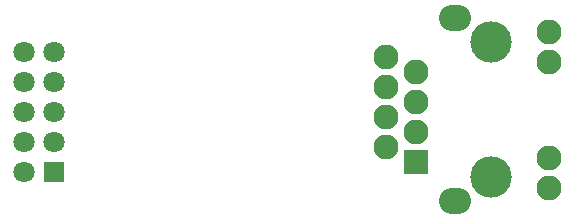
<source format=gbs>
G04*
G04 #@! TF.GenerationSoftware,Altium Limited,Altium Designer,18.1.9 (240)*
G04*
G04 Layer_Color=16711935*
%FSLAX25Y25*%
%MOIN*%
G70*
G01*
G75*
%ADD32C,0.07099*%
%ADD33R,0.07099X0.07099*%
%ADD34R,0.08300X0.08300*%
%ADD35C,0.08300*%
%ADD36O,0.10643X0.08674*%
%ADD37C,0.13800*%
D32*
X273000Y192000D02*
D03*
X283000D02*
D03*
X273000Y182000D02*
D03*
X283000D02*
D03*
X273000Y172000D02*
D03*
X283000D02*
D03*
X273000Y162000D02*
D03*
X283000D02*
D03*
X273000Y152000D02*
D03*
D33*
X283000D02*
D03*
D34*
X403500Y155045D02*
D03*
D35*
X393500Y160045D02*
D03*
X403500Y165045D02*
D03*
X393500Y170045D02*
D03*
X403500Y175045D02*
D03*
X393500Y180045D02*
D03*
X403500Y185045D02*
D03*
X393500Y190045D02*
D03*
X447791Y146462D02*
D03*
Y156462D02*
D03*
Y188627D02*
D03*
Y198627D02*
D03*
D36*
X416492Y142249D02*
D03*
Y203194D02*
D03*
D37*
X428500Y150045D02*
D03*
Y195045D02*
D03*
M02*

</source>
